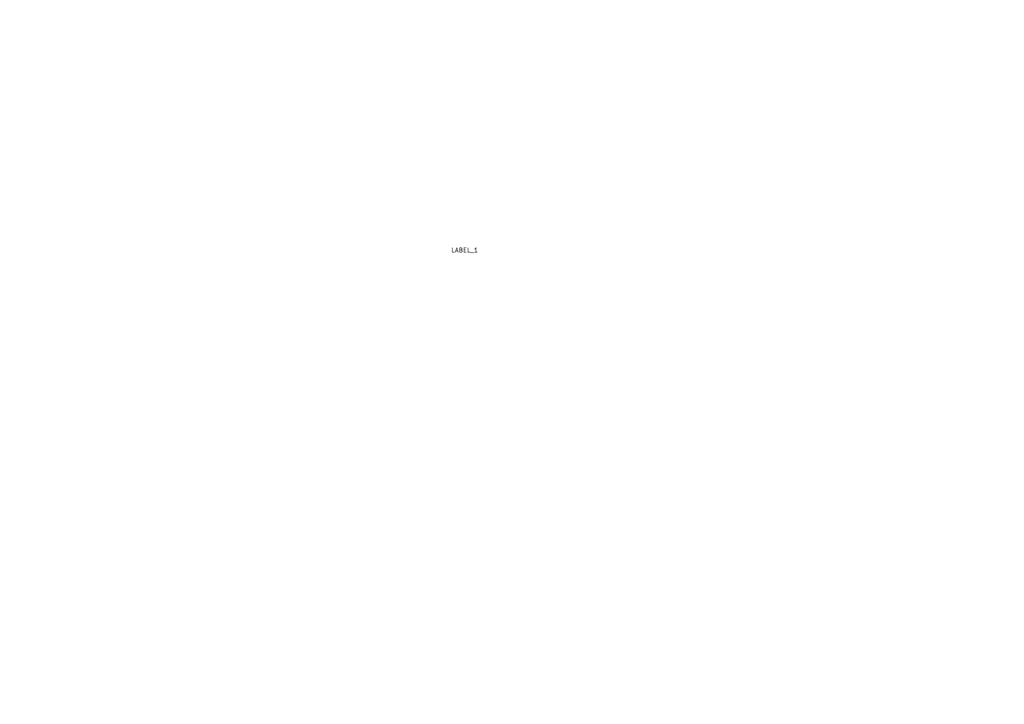
<source format=kicad_sch>
(kicad_sch
	(version 20250114)
	(generator "eeschema")
	(generator_version "9.0")
	(uuid "53ff471c-9135-47b5-af2d-5e6bd6f09c50")
	(paper "A4")
	(lib_symbols)
	(label "LABEL_1"
		(at 130.81 73.66 0)
		(effects
			(font
				(size 1.27 1.27)
			)
			(justify left bottom)
		)
		(uuid "4eb31e2e-679d-4257-b0f7-2b7d4ed9bc2a")
	)
	(sheet_instances
		(path "/"
			(page "1")
		)
	)
	(embedded_fonts no)
)

</source>
